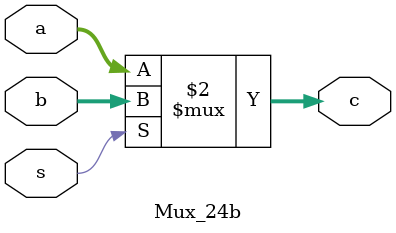
<source format=sv>
module Mux (a,b,s,c);

    input [33:0]a,b;
    input s;
    output [33:0]c;

    assign c = (~s) ? a : b ;
    
endmodule

module Mux_3_by_1 (a,b,c,s,d);
    input [33:0] a,b,c;
    input [1:0] s;
    output [33:0] d;

    assign d = (s == 2'b00) ? a : (s == 2'b01) ? b : (s == 2'b10) ? c : 33'h00000000;
    
endmodule


module Mux_3_by_1_24b (a,b,c,s,d);
    input [23:0] a,b,c;
    input [1:0] s;
    output [23:0] d;

    assign d = (s == 2'b00) ? a : (s == 2'b01) ? b : (s == 2'b10) ? c : 23'h00000000;
    
endmodule

module Mux_24b (a,b,s,c);

    input [23:0]a,b;
    input s;
    output [23:0]c;

    assign c = (~s) ? a : b ;
    
endmodule
</source>
